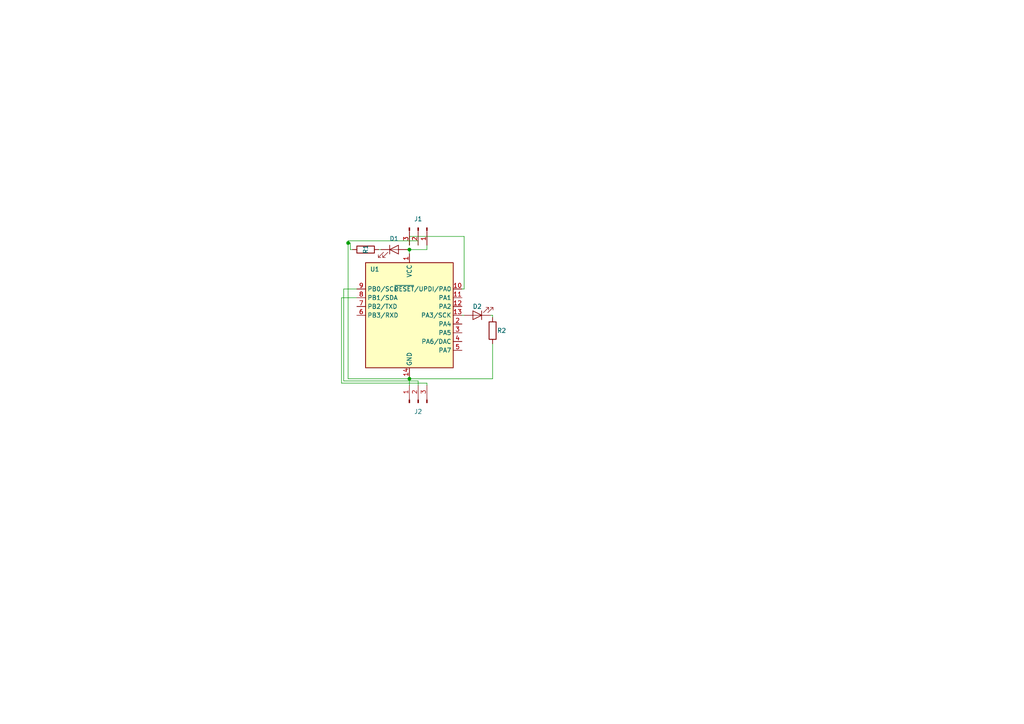
<source format=kicad_sch>
(kicad_sch (version 20211123) (generator eeschema)
  (paper "A4")
  (lib_symbols
    (symbol "Fab Library:Conn_PinHeader_1x03_P2.54mm_Horizontal_SMD" (pin_names (offset 1.016) hide)
      (property "Reference" "J" (at 0 5.08 0))
      (property "Value" "Conn_PinHeader_1x03_P2.54mm_Horizontal_SMD" (at 0 -5.08 0))
      (symbol "Conn_PinHeader_1x03_P2.54mm_Horizontal_SMD_1_1"
        (polyline (pts (xy 1.27 -2.54) (xy 0.8636 -2.54)) (stroke (width 0.1524)))
        (polyline (pts (xy 1.27 0) (xy 0.8636 0)) (stroke (width 0.1524)))
        (polyline (pts (xy 1.27 2.54) (xy 0.8636 2.54)) (stroke (width 0.1524)))
        (rectangle (start 0.8636 -2.413) (end 0 -2.667) (stroke (width 0.1524)) (fill (type outline)))
        (rectangle (start 0.8636 0.127) (end 0 -0.127) (stroke (width 0.1524)) (fill (type outline)))
        (rectangle (start 0.8636 2.667) (end 0 2.413) (stroke (width 0.1524)) (fill (type outline)))
        (pin passive line (at 5.08 2.54 180) (length 3.81) (name "Pin_1") (number "1"))
        (pin passive line (at 5.08 0 180) (length 3.81) (name "Pin_2") (number "2"))
        (pin passive line (at 5.08 -2.54 180) (length 3.81) (name "Pin_3") (number "3"))
      )
    )
    (symbol "Fab Library:LED" (pin_numbers hide) (pin_names (offset 1.016) hide)
      (property "Reference" "D" (at 0 2.54 0))
      (property "Value" "LED" (at 0 -2.54 0))
      (symbol "LED_0_1"
        (polyline (pts (xy -1.27 -1.27) (xy -1.27 1.27)) (stroke (width 0.2032)))
        (polyline (pts (xy -1.27 0) (xy 1.27 0)))
        (polyline (pts (xy 1.27 -1.27) (xy 1.27 1.27) (xy -1.27 0) (xy 1.27 -1.27)) (stroke (width 0.2032)))
        (polyline (pts (xy -3.048 -0.762) (xy -4.572 -2.286) (xy -3.81 -2.286) (xy -4.572 -2.286) (xy -4.572 -1.524)))
        (polyline (pts (xy -1.778 -0.762) (xy -3.302 -2.286) (xy -2.54 -2.286) (xy -3.302 -2.286) (xy -3.302 -1.524)))
      )
      (symbol "LED_1_1"
        (pin passive line (at -3.81 0 0) (length 2.54) (name "K") (number "1"))
        (pin passive line (at 3.81 0 180) (length 2.54) (name "A") (number "2"))
      )
    )
    (symbol "Fab Library:Microcontroller_ATtiny1614-SSFR"
      (property "Reference" "U" (at -12.7 17.78 0))
      (property "Value" "Microcontroller_ATtiny1614-SSFR" (at 7.62 17.78 0))
      (symbol "Microcontroller_ATtiny1614-SSFR_0_1"
        (rectangle (start -12.7 -15.24) (end 12.7 15.24) (stroke (width 0.254)) (fill (type background)))
      )
      (symbol "Microcontroller_ATtiny1614-SSFR_1_1"
        (pin power_in line (at 0 17.78 270) (length 2.54) (name "VCC") (number "1"))
        (pin bidirectional line (at 15.24 7.62 180) (length 2.54) (name "~{RESET}/UPDI/PA0") (number "10"))
        (pin bidirectional line (at 15.24 5.08 180) (length 2.54) (name "PA1") (number "11"))
        (pin bidirectional line (at 15.24 2.54 180) (length 2.54) (name "PA2") (number "12"))
        (pin bidirectional line (at 15.24 0 180) (length 2.54) (name "PA3/SCK") (number "13"))
        (pin power_in line (at 0 -17.78 90) (length 2.54) (name "GND") (number "14"))
        (pin bidirectional line (at 15.24 -2.54 180) (length 2.54) (name "PA4") (number "2"))
        (pin bidirectional line (at 15.24 -5.08 180) (length 2.54) (name "PA5") (number "3"))
        (pin bidirectional line (at 15.24 -7.62 180) (length 2.54) (name "PA6/DAC") (number "4"))
        (pin bidirectional line (at 15.24 -10.16 180) (length 2.54) (name "PA7") (number "5"))
        (pin bidirectional line (at -15.24 0 0) (length 2.54) (name "PB3/RXD") (number "6"))
        (pin bidirectional line (at -15.24 2.54 0) (length 2.54) (name "PB2/TXD") (number "7"))
        (pin bidirectional line (at -15.24 5.08 0) (length 2.54) (name "PB1/SDA") (number "8"))
        (pin bidirectional line (at -15.24 7.62 0) (length 2.54) (name "PB0/SCL") (number "9"))
      )
    )
    (symbol "Fab Library:R" (pin_numbers hide) (pin_names (offset 0))
      (property "Reference" "R" (at 2.032 0 90))
      (property "Value" "R" (at 0 0 90))
      (symbol "R_0_1"
        (rectangle (start -1.016 -2.54) (end 1.016 2.54) (stroke (width 0.254)))
      )
      (symbol "R_1_1"
        (pin passive line (at 0 3.81 270) (length 1.27) (name "~") (number "1"))
        (pin passive line (at 0 -3.81 90) (length 1.27) (name "~") (number "2"))
      )
    )
  )
  (junction (at 118.745 109.855))
  (junction (at 118.745 72.39))
  (junction (at 100.965 70.485))
  (wire (pts (xy 134.62 68.58) (xy 118.745 68.58)))
  (wire (pts (xy 118.745 68.58) (xy 118.745 71.12)))
  (wire (pts (xy 118.11 72.39) (xy 118.745 72.39)))
  (wire (pts (xy 100.965 69.85) (xy 100.965 70.485)))
  (wire (pts (xy 101.6 70.485) (xy 101.6 72.39)))
  (wire (pts (xy 121.285 69.85) (xy 121.285 71.12)))
  (wire (pts (xy 100.965 70.485) (xy 100.965 109.855)))
  (wire (pts (xy 142.875 109.855) (xy 118.745 109.855)))
  (wire (pts (xy 121.285 111.76) (xy 121.285 110.49)))
  (wire (pts (xy 109.855 72.39) (xy 110.49 72.39)))
  (wire (pts (xy 142.875 99.695) (xy 142.875 109.855)))
  (wire (pts (xy 123.825 72.39) (xy 118.745 72.39)))
  (wire (pts (xy 103.505 86.36) (xy 99.06 86.36)))
  (wire (pts (xy 121.285 110.49) (xy 99.695 110.49)))
  (wire (pts (xy 118.745 72.39) (xy 118.745 73.66)))
  (wire (pts (xy 133.985 91.44) (xy 134.62 91.44)))
  (wire (pts (xy 118.745 109.855) (xy 118.745 109.22)))
  (wire (pts (xy 134.62 68.58) (xy 134.62 83.82)))
  (wire (pts (xy 99.06 86.36) (xy 99.06 111.125)))
  (wire (pts (xy 134.62 83.82) (xy 133.985 83.82)))
  (wire (pts (xy 99.695 83.82) (xy 99.695 110.49)))
  (wire (pts (xy 142.875 91.44) (xy 142.875 92.075)))
  (wire (pts (xy 142.24 91.44) (xy 142.875 91.44)))
  (wire (pts (xy 100.965 109.855) (xy 118.745 109.855)))
  (wire (pts (xy 101.6 70.485) (xy 100.965 70.485)))
  (wire (pts (xy 101.6 72.39) (xy 102.235 72.39)))
  (wire (pts (xy 123.825 71.12) (xy 123.825 72.39)))
  (wire (pts (xy 99.06 111.125) (xy 123.825 111.125)))
  (wire (pts (xy 118.745 109.855) (xy 118.745 111.76)))
  (wire (pts (xy 121.285 69.85) (xy 100.965 69.85)))
  (wire (pts (xy 103.505 83.82) (xy 99.695 83.82)))
  (wire (pts (xy 123.825 111.76) (xy 123.825 111.125)))
  (symbol (lib_id "Fab Library:LED") (at 114.3 72.39 0) (unit 1)
    (property "Reference" "D1" (at 114.3 69.215 0))
    (property "Value" "LED" (effects hide))
    (property "Footprint" "fab:LED_1206" (effects hide))
    (property "Datasheet" "https://optoelectronics.liteon.com/upload/download/DS-22-98-0002/LTST-C150CKT.pdf" (effects hide))
  )
  (symbol (lib_id "Fab Library:R") (at 142.875 95.885 0) (unit 1)
    (property "Reference" "R2" (at 144.145 95.885 0) (effects (justify left)))
    (property "Value" "R" (effects hide))
    (property "Footprint" "fab:R_1206" (effects hide))
  )
  (symbol (lib_id "Fab Library:LED") (at 138.43 91.44 180) (unit 1)
    (property "Reference" "D2" (at 138.43 88.9 0))
    (property "Value" "LED" (effects hide))
    (property "Footprint" "fab:LED_1206" (effects hide))
    (property "Datasheet" "https://optoelectronics.liteon.com/upload/download/DS-22-98-0002/LTST-C150CKT.pdf" (effects hide))
  )
  (symbol (lib_id "Fab Library:Microcontroller_ATtiny1614-SSFR") (at 118.745 91.44 0) (unit 1)
    (property "Reference" "U1" (at 107.315 78.105 0) (effects (justify left)))
    (property "Value" "Microcontroller_ATtiny1614-SSFR" (effects hide))
    (property "Footprint" "fab:SOIC-14_3.9x8.7mm_P1.27mm" (effects hide))
    (property "Datasheet" "http://ww1.microchip.com/downloads/en/DeviceDoc/ATtiny1614-16-17-DataSheet-DS40002204A.pdf" (effects hide))
  )
  (symbol (lib_id "Fab Library:Conn_PinHeader_1x03_P2.54mm_Horizontal_SMD") (at 121.285 66.04 270) (unit 1)
    (property "Reference" "J1" (at 121.285 63.5 90))
    (property "Value" "Conn_PinHeader_1x03_P2.54mm_Horizontal_SMD" (effects hide))
    (property "Footprint" "fab:PinHeader_1x03_P2.54mm_Horizontal_SMD" (effects hide))
  )
  (symbol (lib_id "Fab Library:R") (at 106.045 72.39 90) (unit 1)
    (property "Reference" "R1" (at 106.045 73.66 0) (effects (justify left)))
    (property "Value" "R" (effects hide))
    (property "Footprint" "fab:R_1206" (effects hide))
  )
  (symbol (lib_id "Fab Library:Conn_PinHeader_1x03_P2.54mm_Horizontal_SMD") (at 121.285 116.84 90) (unit 1)
    (property "Reference" "J2" (at 121.285 119.38 90))
    (property "Value" "Conn_PinHeader_1x03_P2.54mm_Horizontal_SMD" (effects hide))
    (property "Footprint" "fab:PinHeader_1x03_P2.54mm_Horizontal_SMD" (effects hide))
  )
)
</source>
